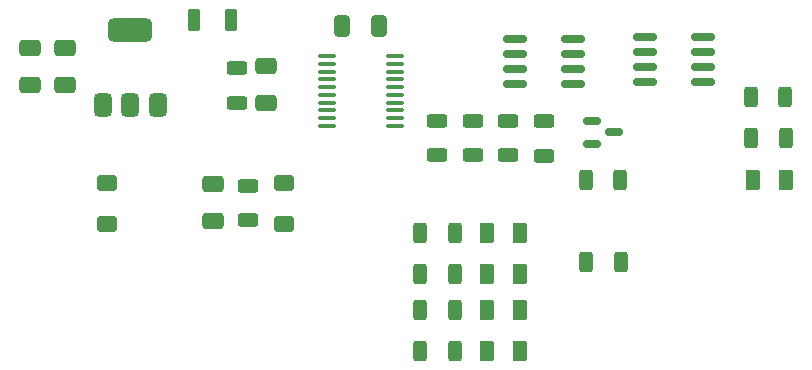
<source format=gbr>
%TF.GenerationSoftware,KiCad,Pcbnew,8.0.3*%
%TF.CreationDate,2024-07-12T15:18:38+08:00*%
%TF.ProjectId,seq_v003f4,7365715f-7630-4303-9366-342e6b696361,rev?*%
%TF.SameCoordinates,Original*%
%TF.FileFunction,Paste,Top*%
%TF.FilePolarity,Positive*%
%FSLAX46Y46*%
G04 Gerber Fmt 4.6, Leading zero omitted, Abs format (unit mm)*
G04 Created by KiCad (PCBNEW 8.0.3) date 2024-07-12 15:18:38*
%MOMM*%
%LPD*%
G01*
G04 APERTURE LIST*
G04 Aperture macros list*
%AMRoundRect*
0 Rectangle with rounded corners*
0 $1 Rounding radius*
0 $2 $3 $4 $5 $6 $7 $8 $9 X,Y pos of 4 corners*
0 Add a 4 corners polygon primitive as box body*
4,1,4,$2,$3,$4,$5,$6,$7,$8,$9,$2,$3,0*
0 Add four circle primitives for the rounded corners*
1,1,$1+$1,$2,$3*
1,1,$1+$1,$4,$5*
1,1,$1+$1,$6,$7*
1,1,$1+$1,$8,$9*
0 Add four rect primitives between the rounded corners*
20,1,$1+$1,$2,$3,$4,$5,0*
20,1,$1+$1,$4,$5,$6,$7,0*
20,1,$1+$1,$6,$7,$8,$9,0*
20,1,$1+$1,$8,$9,$2,$3,0*%
G04 Aperture macros list end*
%ADD10RoundRect,0.250000X0.625000X-0.312500X0.625000X0.312500X-0.625000X0.312500X-0.625000X-0.312500X0*%
%ADD11RoundRect,0.250000X0.600000X-0.400000X0.600000X0.400000X-0.600000X0.400000X-0.600000X-0.400000X0*%
%ADD12RoundRect,0.375000X0.375000X-0.625000X0.375000X0.625000X-0.375000X0.625000X-0.375000X-0.625000X0*%
%ADD13RoundRect,0.500000X1.400000X-0.500000X1.400000X0.500000X-1.400000X0.500000X-1.400000X-0.500000X0*%
%ADD14RoundRect,0.150000X-0.825000X-0.150000X0.825000X-0.150000X0.825000X0.150000X-0.825000X0.150000X0*%
%ADD15RoundRect,0.250000X-0.650000X0.412500X-0.650000X-0.412500X0.650000X-0.412500X0.650000X0.412500X0*%
%ADD16RoundRect,0.250000X-0.412500X-0.650000X0.412500X-0.650000X0.412500X0.650000X-0.412500X0.650000X0*%
%ADD17RoundRect,0.250000X0.375000X0.625000X-0.375000X0.625000X-0.375000X-0.625000X0.375000X-0.625000X0*%
%ADD18RoundRect,0.250000X-0.600000X0.400000X-0.600000X-0.400000X0.600000X-0.400000X0.600000X0.400000X0*%
%ADD19RoundRect,0.250000X0.312500X0.625000X-0.312500X0.625000X-0.312500X-0.625000X0.312500X-0.625000X0*%
%ADD20RoundRect,0.250000X-0.312500X-0.625000X0.312500X-0.625000X0.312500X0.625000X-0.312500X0.625000X0*%
%ADD21RoundRect,0.250000X-0.375000X-0.625000X0.375000X-0.625000X0.375000X0.625000X-0.375000X0.625000X0*%
%ADD22RoundRect,0.150000X-0.587500X-0.150000X0.587500X-0.150000X0.587500X0.150000X-0.587500X0.150000X0*%
%ADD23RoundRect,0.100000X-0.637500X-0.100000X0.637500X-0.100000X0.637500X0.100000X-0.637500X0.100000X0*%
%ADD24RoundRect,0.250000X-0.275000X-0.700000X0.275000X-0.700000X0.275000X0.700000X-0.275000X0.700000X0*%
G04 APERTURE END LIST*
D10*
%TO.C,R12*%
X201000000Y-102500000D03*
X201000000Y-105425000D03*
%TD*%
D11*
%TO.C,D1*%
X188000000Y-111250000D03*
X188000000Y-107750000D03*
%TD*%
D12*
%TO.C,U1*%
X172700000Y-101150000D03*
X175000000Y-101150000D03*
D13*
X175000000Y-94850000D03*
D12*
X177300000Y-101150000D03*
%TD*%
D14*
%TO.C,Q2*%
X223500000Y-95460000D03*
X223500000Y-96730000D03*
X223500000Y-98000000D03*
X223500000Y-99270000D03*
X218550000Y-99270000D03*
X218550000Y-98000000D03*
X218550000Y-96730000D03*
X218550000Y-95460000D03*
%TD*%
D15*
%TO.C,C3*%
X169500000Y-96375000D03*
X169500000Y-99500000D03*
%TD*%
D16*
%TO.C,C4*%
X192937500Y-94500000D03*
X196062500Y-94500000D03*
%TD*%
D17*
%TO.C,D6*%
X208000000Y-118500000D03*
X205200000Y-118500000D03*
%TD*%
D18*
%TO.C,D2*%
X173000000Y-107750000D03*
X173000000Y-111250000D03*
%TD*%
D17*
%TO.C,D5*%
X208000000Y-115500000D03*
X205200000Y-115500000D03*
%TD*%
D19*
%TO.C,R4*%
X230500000Y-104000000D03*
X227575000Y-104000000D03*
%TD*%
D20*
%TO.C,R5*%
X199537500Y-112000000D03*
X202462500Y-112000000D03*
%TD*%
D17*
%TO.C,D4*%
X208000000Y-112000000D03*
X205200000Y-112000000D03*
%TD*%
D10*
%TO.C,R9*%
X184000000Y-101000000D03*
X184000000Y-98075000D03*
%TD*%
D21*
%TO.C,D3*%
X227700000Y-107500000D03*
X230500000Y-107500000D03*
%TD*%
D10*
%TO.C,R10*%
X207000000Y-105425000D03*
X207000000Y-102500000D03*
%TD*%
D15*
%TO.C,C1*%
X182000000Y-107875000D03*
X182000000Y-111000000D03*
%TD*%
%TO.C,C5*%
X186500000Y-97875000D03*
X186500000Y-101000000D03*
%TD*%
D22*
%TO.C,Q3*%
X215937500Y-103500000D03*
X214062500Y-104450000D03*
X214062500Y-102550000D03*
%TD*%
D17*
%TO.C,D7*%
X208000000Y-122000000D03*
X205200000Y-122000000D03*
%TD*%
D20*
%TO.C,R7*%
X199537500Y-118500000D03*
X202462500Y-118500000D03*
%TD*%
D19*
%TO.C,R2*%
X216500000Y-114500000D03*
X213575000Y-114500000D03*
%TD*%
D14*
%TO.C,Q1*%
X207525000Y-95595000D03*
X207525000Y-96865000D03*
X207525000Y-98135000D03*
X207525000Y-99405000D03*
X212475000Y-99405000D03*
X212475000Y-98135000D03*
X212475000Y-96865000D03*
X212475000Y-95595000D03*
%TD*%
D10*
%TO.C,R3*%
X185000000Y-110962500D03*
X185000000Y-108037500D03*
%TD*%
D19*
%TO.C,R1*%
X216462500Y-107500000D03*
X213537500Y-107500000D03*
%TD*%
D23*
%TO.C,U2*%
X197362500Y-97075000D03*
X197362500Y-97725000D03*
X197362500Y-98375000D03*
X197362500Y-99025000D03*
X197362500Y-99675000D03*
X197362500Y-100325000D03*
X197362500Y-100975000D03*
X197362500Y-101625000D03*
X197362500Y-102275000D03*
X197362500Y-102925000D03*
X191637500Y-102925000D03*
X191637500Y-102275000D03*
X191637500Y-101625000D03*
X191637500Y-100975000D03*
X191637500Y-100325000D03*
X191637500Y-99675000D03*
X191637500Y-99025000D03*
X191637500Y-98375000D03*
X191637500Y-97725000D03*
X191637500Y-97075000D03*
%TD*%
D20*
%TO.C,R14*%
X227537500Y-100500000D03*
X230462500Y-100500000D03*
%TD*%
D10*
%TO.C,R11*%
X204000000Y-105425000D03*
X204000000Y-102500000D03*
%TD*%
D24*
%TO.C,L1*%
X180350000Y-94000000D03*
X183500000Y-94000000D03*
%TD*%
D20*
%TO.C,R8*%
X199537500Y-122000000D03*
X202462500Y-122000000D03*
%TD*%
%TO.C,R6*%
X199537500Y-115500000D03*
X202462500Y-115500000D03*
%TD*%
D15*
%TO.C,C2*%
X166500000Y-96375000D03*
X166500000Y-99500000D03*
%TD*%
D10*
%TO.C,R13*%
X210000000Y-105500000D03*
X210000000Y-102575000D03*
%TD*%
M02*

</source>
